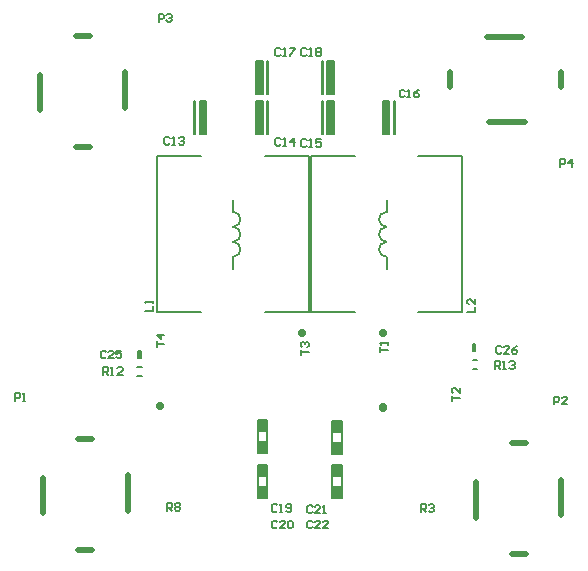
<source format=gto>
G04*
G04 #@! TF.GenerationSoftware,Altium Limited,Altium Designer,19.0.6 (157)*
G04*
G04 Layer_Color=10275833*
%FSLAX25Y25*%
%MOIN*%
G70*
G01*
G75*
%ADD10C,0.00600*%
%ADD11C,0.02000*%
%ADD12C,0.00800*%
%ADD13C,0.02600*%
%ADD14R,0.03150X0.03937*%
D10*
X126772Y121378D02*
G03*
X126772Y116378I0J-2500D01*
G01*
D02*
G03*
X126772Y111378I0J-2500D01*
G01*
Y126378D02*
G03*
X126772Y121378I0J-2500D01*
G01*
X75590Y116417D02*
G03*
X75590Y121417I0J2500D01*
G01*
D02*
G03*
X75590Y126417I0J2500D01*
G01*
Y111417D02*
G03*
X75590Y116417I0J2500D01*
G01*
X44094Y79921D02*
X44882D01*
X44094Y77559D02*
X44882D01*
X44094D02*
Y79921D01*
X44488Y77559D02*
Y79921D01*
X44882Y77559D02*
Y79921D01*
X43701Y74803D02*
X45276D01*
X43701Y71653D02*
X45276D01*
X155512Y79921D02*
X156299D01*
X155512Y82284D02*
X156299D01*
Y79921D02*
Y82284D01*
X155905Y79921D02*
Y82284D01*
X155512Y79921D02*
Y82284D01*
Y74016D02*
X157087D01*
X155512Y77165D02*
X157087D01*
X64961Y152362D02*
Y163386D01*
X64567Y152362D02*
Y163386D01*
X65354Y152362D02*
Y163386D01*
X65748Y152362D02*
Y163386D01*
X66142Y152362D02*
Y163386D01*
X66606Y152362D02*
Y163386D01*
X64567D02*
X66606D01*
X64567Y152362D02*
X66606D01*
X62992D02*
Y163386D01*
X62598Y152362D02*
Y163386D01*
Y152362D02*
X62992D01*
X62598Y163386D02*
X62992D01*
X107480Y165748D02*
Y176772D01*
X107087Y165748D02*
Y176772D01*
X107874Y165748D02*
Y176772D01*
X108268Y165748D02*
Y176772D01*
X108661Y165748D02*
Y176772D01*
X109125Y165748D02*
Y176772D01*
X107087D02*
X109125D01*
X107087Y165748D02*
X109125D01*
X105512D02*
Y176772D01*
X105118Y165748D02*
Y176772D01*
Y165748D02*
X105512D01*
X105118Y176772D02*
X105512D01*
X85039Y165748D02*
Y176772D01*
X85433Y165748D02*
Y176772D01*
X84646Y165748D02*
Y176772D01*
X84252Y165748D02*
Y176772D01*
X83858Y165748D02*
Y176772D01*
X83394Y165748D02*
Y176772D01*
Y165748D02*
X85433D01*
X83394Y176772D02*
X85433D01*
X87008Y165748D02*
Y176772D01*
X87401Y165748D02*
Y176772D01*
X87008D02*
X87401D01*
X87008Y165748D02*
X87401D01*
X85039Y152362D02*
Y163386D01*
X85433Y152362D02*
Y163386D01*
X84646Y152362D02*
Y163386D01*
X84252Y152362D02*
Y163386D01*
X83858Y152362D02*
Y163386D01*
X83394Y152362D02*
Y163386D01*
Y152362D02*
X85433D01*
X83394Y163386D02*
X85433D01*
X87008Y152362D02*
Y163386D01*
X87402Y152362D02*
Y163386D01*
X87008D02*
X87402D01*
X87008Y152362D02*
X87402D01*
X107480D02*
Y163386D01*
X107087Y152362D02*
Y163386D01*
X107874Y152362D02*
Y163386D01*
X108268Y152362D02*
Y163386D01*
X108661Y152362D02*
Y163386D01*
X109125Y152362D02*
Y163386D01*
X107087D02*
X109125D01*
X107087Y152362D02*
X109125D01*
X105512D02*
Y163386D01*
X105118Y152362D02*
Y163386D01*
Y152362D02*
X105512D01*
X105118Y163386D02*
X105512D01*
X127165Y152362D02*
Y163386D01*
X127559Y152362D02*
Y163386D01*
X126772Y152362D02*
Y163386D01*
X126378Y152362D02*
Y163386D01*
X125984Y152362D02*
Y163386D01*
X125521Y152362D02*
Y163386D01*
Y152362D02*
X127559D01*
X125521Y163386D02*
X127559D01*
X129134Y152362D02*
Y163386D01*
X129527Y152362D02*
Y163386D01*
X129134D02*
X129527D01*
X129134Y152362D02*
X129527D01*
X101575Y92913D02*
Y144882D01*
X116142D01*
X101575Y92913D02*
X116142D01*
X137402Y144882D02*
X151969D01*
X137402Y92913D02*
X151969D01*
X126772Y107441D02*
Y111378D01*
Y126378D02*
Y130315D01*
X151969Y92913D02*
Y144882D01*
X100787Y92913D02*
Y144882D01*
X86221Y92913D02*
X100787D01*
X86221Y144882D02*
X100787D01*
X50394Y92913D02*
X64961D01*
X50394Y144882D02*
X64961D01*
X75590Y126417D02*
Y130354D01*
Y107480D02*
Y111417D01*
X50394Y92913D02*
Y144882D01*
X50157Y81496D02*
Y83229D01*
Y82363D01*
X52756D01*
Y85395D02*
X50157D01*
X51456Y84095D01*
Y85828D01*
X98188Y78740D02*
Y80473D01*
Y79607D01*
X100787D01*
X98621Y81339D02*
X98188Y81773D01*
Y82639D01*
X98621Y83072D01*
X99055D01*
X99488Y82639D01*
Y82206D01*
Y82639D01*
X99921Y83072D01*
X100354D01*
X100787Y82639D01*
Y81773D01*
X100354Y81339D01*
X124566Y79528D02*
Y81260D01*
Y80394D01*
X127165D01*
Y82127D02*
Y82993D01*
Y82560D01*
X124566D01*
X124999Y82127D01*
X148582Y63386D02*
Y65119D01*
Y64252D01*
X151181D01*
Y67718D02*
Y65985D01*
X149448Y67718D01*
X149015D01*
X148582Y67285D01*
Y66418D01*
X149015Y65985D01*
X162992Y74016D02*
Y76615D01*
X164292D01*
X164725Y76182D01*
Y75315D01*
X164292Y74882D01*
X162992D01*
X163858D02*
X164725Y74016D01*
X165591D02*
X166458D01*
X166024D01*
Y76615D01*
X165591Y76182D01*
X167757D02*
X168191Y76615D01*
X169057D01*
X169490Y76182D01*
Y75748D01*
X169057Y75315D01*
X168624D01*
X169057D01*
X169490Y74882D01*
Y74449D01*
X169057Y74016D01*
X168191D01*
X167757Y74449D01*
X32283Y72047D02*
Y74646D01*
X33583D01*
X34016Y74213D01*
Y73347D01*
X33583Y72914D01*
X32283D01*
X33150D02*
X34016Y72047D01*
X34883D02*
X35749D01*
X35316D01*
Y74646D01*
X34883Y74213D01*
X38781Y72047D02*
X37049D01*
X38781Y73780D01*
Y74213D01*
X38348Y74646D01*
X37482D01*
X37049Y74213D01*
X165119Y81300D02*
X164685Y81733D01*
X163819D01*
X163386Y81300D01*
Y79567D01*
X163819Y79134D01*
X164685D01*
X165119Y79567D01*
X167718Y79134D02*
X165985D01*
X167718Y80867D01*
Y81300D01*
X167285Y81733D01*
X166418D01*
X165985Y81300D01*
X170317Y81733D02*
X169450Y81300D01*
X168584Y80433D01*
Y79567D01*
X169017Y79134D01*
X169884D01*
X170317Y79567D01*
Y80000D01*
X169884Y80433D01*
X168584D01*
X33229Y79725D02*
X32796Y80158D01*
X31929D01*
X31496Y79725D01*
Y77992D01*
X31929Y77559D01*
X32796D01*
X33229Y77992D01*
X35828Y77559D02*
X34095D01*
X35828Y79292D01*
Y79725D01*
X35395Y80158D01*
X34528D01*
X34095Y79725D01*
X38427Y80158D02*
X36694D01*
Y78859D01*
X37561Y79292D01*
X37994D01*
X38427Y78859D01*
Y77992D01*
X37994Y77559D01*
X37128D01*
X36694Y77992D01*
X184646Y141339D02*
Y143938D01*
X185945D01*
X186378Y143505D01*
Y142638D01*
X185945Y142205D01*
X184646D01*
X188544Y141339D02*
Y143938D01*
X187245Y142638D01*
X188978D01*
X50787Y189764D02*
Y192363D01*
X52087D01*
X52520Y191930D01*
Y191063D01*
X52087Y190630D01*
X50787D01*
X53387Y191930D02*
X53820Y192363D01*
X54686D01*
X55119Y191930D01*
Y191497D01*
X54686Y191063D01*
X54253D01*
X54686D01*
X55119Y190630D01*
Y190197D01*
X54686Y189764D01*
X53820D01*
X53387Y190197D01*
X182677Y62205D02*
Y64804D01*
X183977D01*
X184410Y64371D01*
Y63504D01*
X183977Y63071D01*
X182677D01*
X187009Y62205D02*
X185276D01*
X187009Y63937D01*
Y64371D01*
X186576Y64804D01*
X185710D01*
X185276Y64371D01*
X2901Y63367D02*
Y65966D01*
X4200D01*
X4634Y65533D01*
Y64666D01*
X4200Y64233D01*
X2901D01*
X5500Y63367D02*
X6366D01*
X5933D01*
Y65966D01*
X5500Y65533D01*
X46220Y93307D02*
X48819D01*
Y95040D01*
Y95906D02*
Y96773D01*
Y96339D01*
X46220D01*
X46653Y95906D01*
X102127Y23032D02*
X101693Y23465D01*
X100827D01*
X100394Y23032D01*
Y21299D01*
X100827Y20866D01*
X101693D01*
X102127Y21299D01*
X104726Y20866D02*
X102993D01*
X104726Y22599D01*
Y23032D01*
X104292Y23465D01*
X103426D01*
X102993Y23032D01*
X107325Y20866D02*
X105592D01*
X107325Y22599D01*
Y23032D01*
X106892Y23465D01*
X106025D01*
X105592Y23032D01*
X102127Y28150D02*
X101693Y28583D01*
X100827D01*
X100394Y28150D01*
Y26417D01*
X100827Y25984D01*
X101693D01*
X102127Y26417D01*
X104726Y25984D02*
X102993D01*
X104726Y27717D01*
Y28150D01*
X104292Y28583D01*
X103426D01*
X102993Y28150D01*
X105592Y25984D02*
X106458D01*
X106025D01*
Y28583D01*
X105592Y28150D01*
X90315Y23032D02*
X89882Y23465D01*
X89016D01*
X88583Y23032D01*
Y21299D01*
X89016Y20866D01*
X89882D01*
X90315Y21299D01*
X92915Y20866D02*
X91182D01*
X92915Y22599D01*
Y23032D01*
X92481Y23465D01*
X91615D01*
X91182Y23032D01*
X93781D02*
X94214Y23465D01*
X95081D01*
X95514Y23032D01*
Y21299D01*
X95081Y20866D01*
X94214D01*
X93781Y21299D01*
Y23032D01*
X90315Y28544D02*
X89882Y28977D01*
X89016D01*
X88583Y28544D01*
Y26811D01*
X89016Y26378D01*
X89882D01*
X90315Y26811D01*
X91182Y26378D02*
X92048D01*
X91615D01*
Y28977D01*
X91182Y28544D01*
X93348Y26811D02*
X93781Y26378D01*
X94647D01*
X95081Y26811D01*
Y28544D01*
X94647Y28977D01*
X93781D01*
X93348Y28544D01*
Y28111D01*
X93781Y27678D01*
X95081D01*
X100158Y180512D02*
X99725Y180946D01*
X98858D01*
X98425Y180512D01*
Y178780D01*
X98858Y178347D01*
X99725D01*
X100158Y178780D01*
X101024Y178347D02*
X101891D01*
X101458D01*
Y180946D01*
X101024Y180512D01*
X103190D02*
X103623Y180946D01*
X104490D01*
X104923Y180512D01*
Y180079D01*
X104490Y179646D01*
X104923Y179213D01*
Y178780D01*
X104490Y178347D01*
X103623D01*
X103190Y178780D01*
Y179213D01*
X103623Y179646D01*
X103190Y180079D01*
Y180512D01*
X103623Y179646D02*
X104490D01*
X91497Y180512D02*
X91063Y180946D01*
X90197D01*
X89764Y180512D01*
Y178780D01*
X90197Y178347D01*
X91063D01*
X91497Y178780D01*
X92363Y178347D02*
X93229D01*
X92796D01*
Y180946D01*
X92363Y180512D01*
X94529Y180946D02*
X96262D01*
Y180512D01*
X94529Y178780D01*
Y178347D01*
X132835Y166733D02*
X132402Y167166D01*
X131535D01*
X131102Y166733D01*
Y165000D01*
X131535Y164567D01*
X132402D01*
X132835Y165000D01*
X133702Y164567D02*
X134568D01*
X134135D01*
Y167166D01*
X133702Y166733D01*
X137600Y167166D02*
X136734Y166733D01*
X135868Y165866D01*
Y165000D01*
X136301Y164567D01*
X137167D01*
X137600Y165000D01*
Y165433D01*
X137167Y165866D01*
X135868D01*
X100158Y150198D02*
X99725Y150631D01*
X98858D01*
X98425Y150198D01*
Y148465D01*
X98858Y148031D01*
X99725D01*
X100158Y148465D01*
X101024Y148031D02*
X101891D01*
X101458D01*
Y150631D01*
X101024Y150198D01*
X104923Y150631D02*
X103190D01*
Y149331D01*
X104057Y149764D01*
X104490D01*
X104923Y149331D01*
Y148465D01*
X104490Y148031D01*
X103623D01*
X103190Y148465D01*
X91497Y150591D02*
X91063Y151024D01*
X90197D01*
X89764Y150591D01*
Y148858D01*
X90197Y148425D01*
X91063D01*
X91497Y148858D01*
X92363Y148425D02*
X93229D01*
X92796D01*
Y151024D01*
X92363Y150591D01*
X95828Y148425D02*
Y151024D01*
X94529Y149725D01*
X96262D01*
X54489Y150985D02*
X54056Y151418D01*
X53189D01*
X52756Y150985D01*
Y149252D01*
X53189Y148819D01*
X54056D01*
X54489Y149252D01*
X55355Y148819D02*
X56221D01*
X55788D01*
Y151418D01*
X55355Y150985D01*
X57521D02*
X57954Y151418D01*
X58821D01*
X59254Y150985D01*
Y150552D01*
X58821Y150119D01*
X58387D01*
X58821D01*
X59254Y149685D01*
Y149252D01*
X58821Y148819D01*
X57954D01*
X57521Y149252D01*
X53543Y26772D02*
Y29371D01*
X54843D01*
X55276Y28938D01*
Y28071D01*
X54843Y27638D01*
X53543D01*
X54410D02*
X55276Y26772D01*
X56142Y28938D02*
X56576Y29371D01*
X57442D01*
X57875Y28938D01*
Y28504D01*
X57442Y28071D01*
X57875Y27638D01*
Y27205D01*
X57442Y26772D01*
X56576D01*
X56142Y27205D01*
Y27638D01*
X56576Y28071D01*
X56142Y28504D01*
Y28938D01*
X56576Y28071D02*
X57442D01*
X138189Y26378D02*
Y28977D01*
X139489D01*
X139922Y28544D01*
Y27678D01*
X139489Y27244D01*
X138189D01*
X139055D02*
X139922Y26378D01*
X140788Y28544D02*
X141221Y28977D01*
X142088D01*
X142521Y28544D01*
Y28111D01*
X142088Y27678D01*
X141655D01*
X142088D01*
X142521Y27244D01*
Y26811D01*
X142088Y26378D01*
X141221D01*
X140788Y26811D01*
X153700Y92913D02*
X156299D01*
Y94646D01*
Y97245D02*
Y95512D01*
X154566Y97245D01*
X154133D01*
X153700Y96812D01*
Y95946D01*
X154133Y95512D01*
D11*
X23228Y148031D02*
X27953D01*
X11417Y160236D02*
Y172047D01*
X39764Y161024D02*
Y172835D01*
X23228Y185039D02*
X27953D01*
X185039Y168110D02*
Y172835D01*
X161024Y156299D02*
X172835D01*
X160236Y184646D02*
X172047D01*
X148031Y168110D02*
Y172835D01*
X168504Y12205D02*
X173228D01*
X156693Y24409D02*
Y36220D01*
X185039Y25197D02*
Y37008D01*
X168504Y49213D02*
X173228D01*
X24016Y50787D02*
X28740D01*
X40551Y26772D02*
Y38583D01*
X12205Y25984D02*
Y37795D01*
X24016Y13780D02*
X28740D01*
D12*
X108661Y56693D02*
X111811D01*
X108661Y45669D02*
X111811D01*
Y56693D01*
X108661Y45669D02*
Y56693D01*
Y42126D02*
X111811D01*
X108661Y31102D02*
X111811D01*
Y42126D01*
X108661Y31102D02*
Y42126D01*
X83858Y31102D02*
X87008D01*
X83858Y42126D02*
X87008D01*
X83858Y31102D02*
Y42126D01*
X87008Y31102D02*
Y42126D01*
X83858Y46063D02*
X87008D01*
X83858Y57087D02*
X87008D01*
X83858Y46063D02*
Y57087D01*
X87008Y46063D02*
Y57087D01*
D13*
X98663Y86065D02*
Y86131D01*
X98730D01*
Y86065D01*
X98663D01*
X125746Y61180D02*
Y61113D01*
X125680D01*
Y61180D01*
X125746D01*
X51337Y61573D02*
Y61507D01*
X51270D01*
Y61573D01*
X51337D01*
X125435Y86065D02*
Y86131D01*
X125501D01*
Y86065D01*
X125435D01*
D14*
X110236Y47638D02*
D03*
Y54724D02*
D03*
X110236Y33071D02*
D03*
X110236Y40157D02*
D03*
X85433D02*
D03*
Y33071D02*
D03*
Y55118D02*
D03*
Y48031D02*
D03*
M02*

</source>
